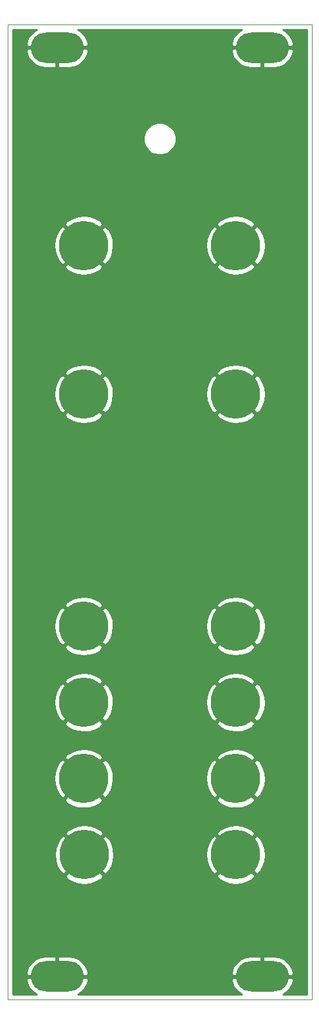
<source format=gbr>
%TF.GenerationSoftware,KiCad,Pcbnew,(5.1.5)-3*%
%TF.CreationDate,2020-04-29T20:03:55+02:00*%
%TF.ProjectId,KicadJE_Util_Faceplate_Generic,4b696361-644a-4455-9f55-74696c5f4661,rev?*%
%TF.SameCoordinates,Original*%
%TF.FileFunction,Copper,L1,Top*%
%TF.FilePolarity,Positive*%
%FSLAX46Y46*%
G04 Gerber Fmt 4.6, Leading zero omitted, Abs format (unit mm)*
G04 Created by KiCad (PCBNEW (5.1.5)-3) date 2020-04-29 20:03:55*
%MOMM*%
%LPD*%
G04 APERTURE LIST*
%ADD10C,0.050000*%
%ADD11C,6.500000*%
%ADD12O,7.000000X4.000000*%
%ADD13C,0.254000*%
G04 APERTURE END LIST*
D10*
X91000000Y-164000000D02*
X91000000Y-36000000D01*
X131000000Y-164000000D02*
X91000000Y-164000000D01*
X131000000Y-36000000D02*
X131000000Y-164000000D01*
X91000000Y-36000000D02*
X131000000Y-36000000D01*
D11*
X121000000Y-135000000D03*
X101000000Y-135000000D03*
X121000000Y-84500000D03*
X101000000Y-84500000D03*
X121000000Y-125000000D03*
X121000000Y-145000000D03*
X101075001Y-145000000D03*
X121000000Y-115000000D03*
X101000000Y-125000000D03*
X101000000Y-115000000D03*
X101000000Y-65000000D03*
X121000000Y-65000000D03*
D12*
X97500000Y-39000000D03*
X97500000Y-161000000D03*
X124500000Y-39000000D03*
X124500000Y-161000000D03*
D13*
G36*
X94430475Y-36879635D02*
G01*
X94046970Y-37226576D01*
X93738519Y-37641669D01*
X93516975Y-38108962D01*
X93420333Y-38462838D01*
X93527009Y-38873000D01*
X97373000Y-38873000D01*
X97373000Y-38853000D01*
X97627000Y-38853000D01*
X97627000Y-38873000D01*
X101472991Y-38873000D01*
X101579667Y-38462838D01*
X101483025Y-38108962D01*
X101261481Y-37641669D01*
X100953030Y-37226576D01*
X100569525Y-36879635D01*
X100202314Y-36660000D01*
X121797686Y-36660000D01*
X121430475Y-36879635D01*
X121046970Y-37226576D01*
X120738519Y-37641669D01*
X120516975Y-38108962D01*
X120420333Y-38462838D01*
X120527009Y-38873000D01*
X124373000Y-38873000D01*
X124373000Y-38853000D01*
X124627000Y-38853000D01*
X124627000Y-38873000D01*
X128472991Y-38873000D01*
X128579667Y-38462838D01*
X128483025Y-38108962D01*
X128261481Y-37641669D01*
X127953030Y-37226576D01*
X127569525Y-36879635D01*
X127202314Y-36660000D01*
X130340000Y-36660000D01*
X130340001Y-163340000D01*
X127202314Y-163340000D01*
X127569525Y-163120365D01*
X127953030Y-162773424D01*
X128261481Y-162358331D01*
X128483025Y-161891038D01*
X128579667Y-161537162D01*
X128472991Y-161127000D01*
X124627000Y-161127000D01*
X124627000Y-161147000D01*
X124373000Y-161147000D01*
X124373000Y-161127000D01*
X120527009Y-161127000D01*
X120420333Y-161537162D01*
X120516975Y-161891038D01*
X120738519Y-162358331D01*
X121046970Y-162773424D01*
X121430475Y-163120365D01*
X121797686Y-163340000D01*
X100202314Y-163340000D01*
X100569525Y-163120365D01*
X100953030Y-162773424D01*
X101261481Y-162358331D01*
X101483025Y-161891038D01*
X101579667Y-161537162D01*
X101472991Y-161127000D01*
X97627000Y-161127000D01*
X97627000Y-161147000D01*
X97373000Y-161147000D01*
X97373000Y-161127000D01*
X93527009Y-161127000D01*
X93420333Y-161537162D01*
X93516975Y-161891038D01*
X93738519Y-162358331D01*
X94046970Y-162773424D01*
X94430475Y-163120365D01*
X94797686Y-163340000D01*
X91660000Y-163340000D01*
X91660000Y-160462838D01*
X93420333Y-160462838D01*
X93527009Y-160873000D01*
X97373000Y-160873000D01*
X97373000Y-158365000D01*
X97627000Y-158365000D01*
X97627000Y-160873000D01*
X101472991Y-160873000D01*
X101579667Y-160462838D01*
X120420333Y-160462838D01*
X120527009Y-160873000D01*
X124373000Y-160873000D01*
X124373000Y-158365000D01*
X124627000Y-158365000D01*
X124627000Y-160873000D01*
X128472991Y-160873000D01*
X128579667Y-160462838D01*
X128483025Y-160108962D01*
X128261481Y-159641669D01*
X127953030Y-159226576D01*
X127569525Y-158879635D01*
X127125704Y-158614178D01*
X126638623Y-158440407D01*
X126127000Y-158365000D01*
X124627000Y-158365000D01*
X124373000Y-158365000D01*
X122873000Y-158365000D01*
X122361377Y-158440407D01*
X121874296Y-158614178D01*
X121430475Y-158879635D01*
X121046970Y-159226576D01*
X120738519Y-159641669D01*
X120516975Y-160108962D01*
X120420333Y-160462838D01*
X101579667Y-160462838D01*
X101483025Y-160108962D01*
X101261481Y-159641669D01*
X100953030Y-159226576D01*
X100569525Y-158879635D01*
X100125704Y-158614178D01*
X99638623Y-158440407D01*
X99127000Y-158365000D01*
X97627000Y-158365000D01*
X97373000Y-158365000D01*
X95873000Y-158365000D01*
X95361377Y-158440407D01*
X94874296Y-158614178D01*
X94430475Y-158879635D01*
X94046970Y-159226576D01*
X93738519Y-159641669D01*
X93516975Y-160108962D01*
X93420333Y-160462838D01*
X91660000Y-160462838D01*
X91660000Y-147736428D01*
X98518178Y-147736428D01*
X98884366Y-148231216D01*
X99556838Y-148596501D01*
X100287651Y-148823575D01*
X101048722Y-148903710D01*
X101810804Y-148833828D01*
X102544609Y-148616614D01*
X103221937Y-148260416D01*
X103265636Y-148231216D01*
X103631824Y-147736428D01*
X118443177Y-147736428D01*
X118809365Y-148231216D01*
X119481837Y-148596501D01*
X120212650Y-148823575D01*
X120973721Y-148903710D01*
X121735803Y-148833828D01*
X122469608Y-148616614D01*
X123146936Y-148260416D01*
X123190635Y-148231216D01*
X123556823Y-147736428D01*
X121000000Y-145179605D01*
X118443177Y-147736428D01*
X103631824Y-147736428D01*
X101075001Y-145179605D01*
X98518178Y-147736428D01*
X91660000Y-147736428D01*
X91660000Y-144973721D01*
X97171291Y-144973721D01*
X97241173Y-145735803D01*
X97458387Y-146469608D01*
X97814585Y-147146936D01*
X97843785Y-147190635D01*
X98338573Y-147556823D01*
X100895396Y-145000000D01*
X101254606Y-145000000D01*
X103811429Y-147556823D01*
X104306217Y-147190635D01*
X104671502Y-146518163D01*
X104898576Y-145787350D01*
X104978711Y-145026279D01*
X104973892Y-144973721D01*
X117096290Y-144973721D01*
X117166172Y-145735803D01*
X117383386Y-146469608D01*
X117739584Y-147146936D01*
X117768784Y-147190635D01*
X118263572Y-147556823D01*
X120820395Y-145000000D01*
X121179605Y-145000000D01*
X123736428Y-147556823D01*
X124231216Y-147190635D01*
X124596501Y-146518163D01*
X124823575Y-145787350D01*
X124903710Y-145026279D01*
X124833828Y-144264197D01*
X124616614Y-143530392D01*
X124260416Y-142853064D01*
X124231216Y-142809365D01*
X123736428Y-142443177D01*
X121179605Y-145000000D01*
X120820395Y-145000000D01*
X118263572Y-142443177D01*
X117768784Y-142809365D01*
X117403499Y-143481837D01*
X117176425Y-144212650D01*
X117096290Y-144973721D01*
X104973892Y-144973721D01*
X104908829Y-144264197D01*
X104691615Y-143530392D01*
X104335417Y-142853064D01*
X104306217Y-142809365D01*
X103811429Y-142443177D01*
X101254606Y-145000000D01*
X100895396Y-145000000D01*
X98338573Y-142443177D01*
X97843785Y-142809365D01*
X97478500Y-143481837D01*
X97251426Y-144212650D01*
X97171291Y-144973721D01*
X91660000Y-144973721D01*
X91660000Y-142263572D01*
X98518178Y-142263572D01*
X101075001Y-144820395D01*
X103631824Y-142263572D01*
X118443177Y-142263572D01*
X121000000Y-144820395D01*
X123556823Y-142263572D01*
X123190635Y-141768784D01*
X122518163Y-141403499D01*
X121787350Y-141176425D01*
X121026279Y-141096290D01*
X120264197Y-141166172D01*
X119530392Y-141383386D01*
X118853064Y-141739584D01*
X118809365Y-141768784D01*
X118443177Y-142263572D01*
X103631824Y-142263572D01*
X103265636Y-141768784D01*
X102593164Y-141403499D01*
X101862351Y-141176425D01*
X101101280Y-141096290D01*
X100339198Y-141166172D01*
X99605393Y-141383386D01*
X98928065Y-141739584D01*
X98884366Y-141768784D01*
X98518178Y-142263572D01*
X91660000Y-142263572D01*
X91660000Y-137736428D01*
X98443177Y-137736428D01*
X98809365Y-138231216D01*
X99481837Y-138596501D01*
X100212650Y-138823575D01*
X100973721Y-138903710D01*
X101735803Y-138833828D01*
X102469608Y-138616614D01*
X103146936Y-138260416D01*
X103190635Y-138231216D01*
X103556823Y-137736428D01*
X118443177Y-137736428D01*
X118809365Y-138231216D01*
X119481837Y-138596501D01*
X120212650Y-138823575D01*
X120973721Y-138903710D01*
X121735803Y-138833828D01*
X122469608Y-138616614D01*
X123146936Y-138260416D01*
X123190635Y-138231216D01*
X123556823Y-137736428D01*
X121000000Y-135179605D01*
X118443177Y-137736428D01*
X103556823Y-137736428D01*
X101000000Y-135179605D01*
X98443177Y-137736428D01*
X91660000Y-137736428D01*
X91660000Y-134973721D01*
X97096290Y-134973721D01*
X97166172Y-135735803D01*
X97383386Y-136469608D01*
X97739584Y-137146936D01*
X97768784Y-137190635D01*
X98263572Y-137556823D01*
X100820395Y-135000000D01*
X101179605Y-135000000D01*
X103736428Y-137556823D01*
X104231216Y-137190635D01*
X104596501Y-136518163D01*
X104823575Y-135787350D01*
X104903710Y-135026279D01*
X104898891Y-134973721D01*
X117096290Y-134973721D01*
X117166172Y-135735803D01*
X117383386Y-136469608D01*
X117739584Y-137146936D01*
X117768784Y-137190635D01*
X118263572Y-137556823D01*
X120820395Y-135000000D01*
X121179605Y-135000000D01*
X123736428Y-137556823D01*
X124231216Y-137190635D01*
X124596501Y-136518163D01*
X124823575Y-135787350D01*
X124903710Y-135026279D01*
X124833828Y-134264197D01*
X124616614Y-133530392D01*
X124260416Y-132853064D01*
X124231216Y-132809365D01*
X123736428Y-132443177D01*
X121179605Y-135000000D01*
X120820395Y-135000000D01*
X118263572Y-132443177D01*
X117768784Y-132809365D01*
X117403499Y-133481837D01*
X117176425Y-134212650D01*
X117096290Y-134973721D01*
X104898891Y-134973721D01*
X104833828Y-134264197D01*
X104616614Y-133530392D01*
X104260416Y-132853064D01*
X104231216Y-132809365D01*
X103736428Y-132443177D01*
X101179605Y-135000000D01*
X100820395Y-135000000D01*
X98263572Y-132443177D01*
X97768784Y-132809365D01*
X97403499Y-133481837D01*
X97176425Y-134212650D01*
X97096290Y-134973721D01*
X91660000Y-134973721D01*
X91660000Y-132263572D01*
X98443177Y-132263572D01*
X101000000Y-134820395D01*
X103556823Y-132263572D01*
X118443177Y-132263572D01*
X121000000Y-134820395D01*
X123556823Y-132263572D01*
X123190635Y-131768784D01*
X122518163Y-131403499D01*
X121787350Y-131176425D01*
X121026279Y-131096290D01*
X120264197Y-131166172D01*
X119530392Y-131383386D01*
X118853064Y-131739584D01*
X118809365Y-131768784D01*
X118443177Y-132263572D01*
X103556823Y-132263572D01*
X103190635Y-131768784D01*
X102518163Y-131403499D01*
X101787350Y-131176425D01*
X101026279Y-131096290D01*
X100264197Y-131166172D01*
X99530392Y-131383386D01*
X98853064Y-131739584D01*
X98809365Y-131768784D01*
X98443177Y-132263572D01*
X91660000Y-132263572D01*
X91660000Y-127736428D01*
X98443177Y-127736428D01*
X98809365Y-128231216D01*
X99481837Y-128596501D01*
X100212650Y-128823575D01*
X100973721Y-128903710D01*
X101735803Y-128833828D01*
X102469608Y-128616614D01*
X103146936Y-128260416D01*
X103190635Y-128231216D01*
X103556823Y-127736428D01*
X118443177Y-127736428D01*
X118809365Y-128231216D01*
X119481837Y-128596501D01*
X120212650Y-128823575D01*
X120973721Y-128903710D01*
X121735803Y-128833828D01*
X122469608Y-128616614D01*
X123146936Y-128260416D01*
X123190635Y-128231216D01*
X123556823Y-127736428D01*
X121000000Y-125179605D01*
X118443177Y-127736428D01*
X103556823Y-127736428D01*
X101000000Y-125179605D01*
X98443177Y-127736428D01*
X91660000Y-127736428D01*
X91660000Y-124973721D01*
X97096290Y-124973721D01*
X97166172Y-125735803D01*
X97383386Y-126469608D01*
X97739584Y-127146936D01*
X97768784Y-127190635D01*
X98263572Y-127556823D01*
X100820395Y-125000000D01*
X101179605Y-125000000D01*
X103736428Y-127556823D01*
X104231216Y-127190635D01*
X104596501Y-126518163D01*
X104823575Y-125787350D01*
X104903710Y-125026279D01*
X104898891Y-124973721D01*
X117096290Y-124973721D01*
X117166172Y-125735803D01*
X117383386Y-126469608D01*
X117739584Y-127146936D01*
X117768784Y-127190635D01*
X118263572Y-127556823D01*
X120820395Y-125000000D01*
X121179605Y-125000000D01*
X123736428Y-127556823D01*
X124231216Y-127190635D01*
X124596501Y-126518163D01*
X124823575Y-125787350D01*
X124903710Y-125026279D01*
X124833828Y-124264197D01*
X124616614Y-123530392D01*
X124260416Y-122853064D01*
X124231216Y-122809365D01*
X123736428Y-122443177D01*
X121179605Y-125000000D01*
X120820395Y-125000000D01*
X118263572Y-122443177D01*
X117768784Y-122809365D01*
X117403499Y-123481837D01*
X117176425Y-124212650D01*
X117096290Y-124973721D01*
X104898891Y-124973721D01*
X104833828Y-124264197D01*
X104616614Y-123530392D01*
X104260416Y-122853064D01*
X104231216Y-122809365D01*
X103736428Y-122443177D01*
X101179605Y-125000000D01*
X100820395Y-125000000D01*
X98263572Y-122443177D01*
X97768784Y-122809365D01*
X97403499Y-123481837D01*
X97176425Y-124212650D01*
X97096290Y-124973721D01*
X91660000Y-124973721D01*
X91660000Y-122263572D01*
X98443177Y-122263572D01*
X101000000Y-124820395D01*
X103556823Y-122263572D01*
X118443177Y-122263572D01*
X121000000Y-124820395D01*
X123556823Y-122263572D01*
X123190635Y-121768784D01*
X122518163Y-121403499D01*
X121787350Y-121176425D01*
X121026279Y-121096290D01*
X120264197Y-121166172D01*
X119530392Y-121383386D01*
X118853064Y-121739584D01*
X118809365Y-121768784D01*
X118443177Y-122263572D01*
X103556823Y-122263572D01*
X103190635Y-121768784D01*
X102518163Y-121403499D01*
X101787350Y-121176425D01*
X101026279Y-121096290D01*
X100264197Y-121166172D01*
X99530392Y-121383386D01*
X98853064Y-121739584D01*
X98809365Y-121768784D01*
X98443177Y-122263572D01*
X91660000Y-122263572D01*
X91660000Y-117736428D01*
X98443177Y-117736428D01*
X98809365Y-118231216D01*
X99481837Y-118596501D01*
X100212650Y-118823575D01*
X100973721Y-118903710D01*
X101735803Y-118833828D01*
X102469608Y-118616614D01*
X103146936Y-118260416D01*
X103190635Y-118231216D01*
X103556823Y-117736428D01*
X118443177Y-117736428D01*
X118809365Y-118231216D01*
X119481837Y-118596501D01*
X120212650Y-118823575D01*
X120973721Y-118903710D01*
X121735803Y-118833828D01*
X122469608Y-118616614D01*
X123146936Y-118260416D01*
X123190635Y-118231216D01*
X123556823Y-117736428D01*
X121000000Y-115179605D01*
X118443177Y-117736428D01*
X103556823Y-117736428D01*
X101000000Y-115179605D01*
X98443177Y-117736428D01*
X91660000Y-117736428D01*
X91660000Y-114973721D01*
X97096290Y-114973721D01*
X97166172Y-115735803D01*
X97383386Y-116469608D01*
X97739584Y-117146936D01*
X97768784Y-117190635D01*
X98263572Y-117556823D01*
X100820395Y-115000000D01*
X101179605Y-115000000D01*
X103736428Y-117556823D01*
X104231216Y-117190635D01*
X104596501Y-116518163D01*
X104823575Y-115787350D01*
X104903710Y-115026279D01*
X104898891Y-114973721D01*
X117096290Y-114973721D01*
X117166172Y-115735803D01*
X117383386Y-116469608D01*
X117739584Y-117146936D01*
X117768784Y-117190635D01*
X118263572Y-117556823D01*
X120820395Y-115000000D01*
X121179605Y-115000000D01*
X123736428Y-117556823D01*
X124231216Y-117190635D01*
X124596501Y-116518163D01*
X124823575Y-115787350D01*
X124903710Y-115026279D01*
X124833828Y-114264197D01*
X124616614Y-113530392D01*
X124260416Y-112853064D01*
X124231216Y-112809365D01*
X123736428Y-112443177D01*
X121179605Y-115000000D01*
X120820395Y-115000000D01*
X118263572Y-112443177D01*
X117768784Y-112809365D01*
X117403499Y-113481837D01*
X117176425Y-114212650D01*
X117096290Y-114973721D01*
X104898891Y-114973721D01*
X104833828Y-114264197D01*
X104616614Y-113530392D01*
X104260416Y-112853064D01*
X104231216Y-112809365D01*
X103736428Y-112443177D01*
X101179605Y-115000000D01*
X100820395Y-115000000D01*
X98263572Y-112443177D01*
X97768784Y-112809365D01*
X97403499Y-113481837D01*
X97176425Y-114212650D01*
X97096290Y-114973721D01*
X91660000Y-114973721D01*
X91660000Y-112263572D01*
X98443177Y-112263572D01*
X101000000Y-114820395D01*
X103556823Y-112263572D01*
X118443177Y-112263572D01*
X121000000Y-114820395D01*
X123556823Y-112263572D01*
X123190635Y-111768784D01*
X122518163Y-111403499D01*
X121787350Y-111176425D01*
X121026279Y-111096290D01*
X120264197Y-111166172D01*
X119530392Y-111383386D01*
X118853064Y-111739584D01*
X118809365Y-111768784D01*
X118443177Y-112263572D01*
X103556823Y-112263572D01*
X103190635Y-111768784D01*
X102518163Y-111403499D01*
X101787350Y-111176425D01*
X101026279Y-111096290D01*
X100264197Y-111166172D01*
X99530392Y-111383386D01*
X98853064Y-111739584D01*
X98809365Y-111768784D01*
X98443177Y-112263572D01*
X91660000Y-112263572D01*
X91660000Y-87236428D01*
X98443177Y-87236428D01*
X98809365Y-87731216D01*
X99481837Y-88096501D01*
X100212650Y-88323575D01*
X100973721Y-88403710D01*
X101735803Y-88333828D01*
X102469608Y-88116614D01*
X103146936Y-87760416D01*
X103190635Y-87731216D01*
X103556823Y-87236428D01*
X118443177Y-87236428D01*
X118809365Y-87731216D01*
X119481837Y-88096501D01*
X120212650Y-88323575D01*
X120973721Y-88403710D01*
X121735803Y-88333828D01*
X122469608Y-88116614D01*
X123146936Y-87760416D01*
X123190635Y-87731216D01*
X123556823Y-87236428D01*
X121000000Y-84679605D01*
X118443177Y-87236428D01*
X103556823Y-87236428D01*
X101000000Y-84679605D01*
X98443177Y-87236428D01*
X91660000Y-87236428D01*
X91660000Y-84473721D01*
X97096290Y-84473721D01*
X97166172Y-85235803D01*
X97383386Y-85969608D01*
X97739584Y-86646936D01*
X97768784Y-86690635D01*
X98263572Y-87056823D01*
X100820395Y-84500000D01*
X101179605Y-84500000D01*
X103736428Y-87056823D01*
X104231216Y-86690635D01*
X104596501Y-86018163D01*
X104823575Y-85287350D01*
X104903710Y-84526279D01*
X104898891Y-84473721D01*
X117096290Y-84473721D01*
X117166172Y-85235803D01*
X117383386Y-85969608D01*
X117739584Y-86646936D01*
X117768784Y-86690635D01*
X118263572Y-87056823D01*
X120820395Y-84500000D01*
X121179605Y-84500000D01*
X123736428Y-87056823D01*
X124231216Y-86690635D01*
X124596501Y-86018163D01*
X124823575Y-85287350D01*
X124903710Y-84526279D01*
X124833828Y-83764197D01*
X124616614Y-83030392D01*
X124260416Y-82353064D01*
X124231216Y-82309365D01*
X123736428Y-81943177D01*
X121179605Y-84500000D01*
X120820395Y-84500000D01*
X118263572Y-81943177D01*
X117768784Y-82309365D01*
X117403499Y-82981837D01*
X117176425Y-83712650D01*
X117096290Y-84473721D01*
X104898891Y-84473721D01*
X104833828Y-83764197D01*
X104616614Y-83030392D01*
X104260416Y-82353064D01*
X104231216Y-82309365D01*
X103736428Y-81943177D01*
X101179605Y-84500000D01*
X100820395Y-84500000D01*
X98263572Y-81943177D01*
X97768784Y-82309365D01*
X97403499Y-82981837D01*
X97176425Y-83712650D01*
X97096290Y-84473721D01*
X91660000Y-84473721D01*
X91660000Y-81763572D01*
X98443177Y-81763572D01*
X101000000Y-84320395D01*
X103556823Y-81763572D01*
X118443177Y-81763572D01*
X121000000Y-84320395D01*
X123556823Y-81763572D01*
X123190635Y-81268784D01*
X122518163Y-80903499D01*
X121787350Y-80676425D01*
X121026279Y-80596290D01*
X120264197Y-80666172D01*
X119530392Y-80883386D01*
X118853064Y-81239584D01*
X118809365Y-81268784D01*
X118443177Y-81763572D01*
X103556823Y-81763572D01*
X103190635Y-81268784D01*
X102518163Y-80903499D01*
X101787350Y-80676425D01*
X101026279Y-80596290D01*
X100264197Y-80666172D01*
X99530392Y-80883386D01*
X98853064Y-81239584D01*
X98809365Y-81268784D01*
X98443177Y-81763572D01*
X91660000Y-81763572D01*
X91660000Y-67736428D01*
X98443177Y-67736428D01*
X98809365Y-68231216D01*
X99481837Y-68596501D01*
X100212650Y-68823575D01*
X100973721Y-68903710D01*
X101735803Y-68833828D01*
X102469608Y-68616614D01*
X103146936Y-68260416D01*
X103190635Y-68231216D01*
X103556823Y-67736428D01*
X118443177Y-67736428D01*
X118809365Y-68231216D01*
X119481837Y-68596501D01*
X120212650Y-68823575D01*
X120973721Y-68903710D01*
X121735803Y-68833828D01*
X122469608Y-68616614D01*
X123146936Y-68260416D01*
X123190635Y-68231216D01*
X123556823Y-67736428D01*
X121000000Y-65179605D01*
X118443177Y-67736428D01*
X103556823Y-67736428D01*
X101000000Y-65179605D01*
X98443177Y-67736428D01*
X91660000Y-67736428D01*
X91660000Y-64973721D01*
X97096290Y-64973721D01*
X97166172Y-65735803D01*
X97383386Y-66469608D01*
X97739584Y-67146936D01*
X97768784Y-67190635D01*
X98263572Y-67556823D01*
X100820395Y-65000000D01*
X101179605Y-65000000D01*
X103736428Y-67556823D01*
X104231216Y-67190635D01*
X104596501Y-66518163D01*
X104823575Y-65787350D01*
X104903710Y-65026279D01*
X104898891Y-64973721D01*
X117096290Y-64973721D01*
X117166172Y-65735803D01*
X117383386Y-66469608D01*
X117739584Y-67146936D01*
X117768784Y-67190635D01*
X118263572Y-67556823D01*
X120820395Y-65000000D01*
X121179605Y-65000000D01*
X123736428Y-67556823D01*
X124231216Y-67190635D01*
X124596501Y-66518163D01*
X124823575Y-65787350D01*
X124903710Y-65026279D01*
X124833828Y-64264197D01*
X124616614Y-63530392D01*
X124260416Y-62853064D01*
X124231216Y-62809365D01*
X123736428Y-62443177D01*
X121179605Y-65000000D01*
X120820395Y-65000000D01*
X118263572Y-62443177D01*
X117768784Y-62809365D01*
X117403499Y-63481837D01*
X117176425Y-64212650D01*
X117096290Y-64973721D01*
X104898891Y-64973721D01*
X104833828Y-64264197D01*
X104616614Y-63530392D01*
X104260416Y-62853064D01*
X104231216Y-62809365D01*
X103736428Y-62443177D01*
X101179605Y-65000000D01*
X100820395Y-65000000D01*
X98263572Y-62443177D01*
X97768784Y-62809365D01*
X97403499Y-63481837D01*
X97176425Y-64212650D01*
X97096290Y-64973721D01*
X91660000Y-64973721D01*
X91660000Y-62263572D01*
X98443177Y-62263572D01*
X101000000Y-64820395D01*
X103556823Y-62263572D01*
X118443177Y-62263572D01*
X121000000Y-64820395D01*
X123556823Y-62263572D01*
X123190635Y-61768784D01*
X122518163Y-61403499D01*
X121787350Y-61176425D01*
X121026279Y-61096290D01*
X120264197Y-61166172D01*
X119530392Y-61383386D01*
X118853064Y-61739584D01*
X118809365Y-61768784D01*
X118443177Y-62263572D01*
X103556823Y-62263572D01*
X103190635Y-61768784D01*
X102518163Y-61403499D01*
X101787350Y-61176425D01*
X101026279Y-61096290D01*
X100264197Y-61166172D01*
X99530392Y-61383386D01*
X98853064Y-61739584D01*
X98809365Y-61768784D01*
X98443177Y-62263572D01*
X91660000Y-62263572D01*
X91660000Y-50789721D01*
X108865000Y-50789721D01*
X108865000Y-51210279D01*
X108947047Y-51622756D01*
X109107988Y-52011302D01*
X109341637Y-52360983D01*
X109639017Y-52658363D01*
X109988698Y-52892012D01*
X110377244Y-53052953D01*
X110789721Y-53135000D01*
X111210279Y-53135000D01*
X111622756Y-53052953D01*
X112011302Y-52892012D01*
X112360983Y-52658363D01*
X112658363Y-52360983D01*
X112892012Y-52011302D01*
X113052953Y-51622756D01*
X113135000Y-51210279D01*
X113135000Y-50789721D01*
X113052953Y-50377244D01*
X112892012Y-49988698D01*
X112658363Y-49639017D01*
X112360983Y-49341637D01*
X112011302Y-49107988D01*
X111622756Y-48947047D01*
X111210279Y-48865000D01*
X110789721Y-48865000D01*
X110377244Y-48947047D01*
X109988698Y-49107988D01*
X109639017Y-49341637D01*
X109341637Y-49639017D01*
X109107988Y-49988698D01*
X108947047Y-50377244D01*
X108865000Y-50789721D01*
X91660000Y-50789721D01*
X91660000Y-39537162D01*
X93420333Y-39537162D01*
X93516975Y-39891038D01*
X93738519Y-40358331D01*
X94046970Y-40773424D01*
X94430475Y-41120365D01*
X94874296Y-41385822D01*
X95361377Y-41559593D01*
X95873000Y-41635000D01*
X97373000Y-41635000D01*
X97373000Y-39127000D01*
X97627000Y-39127000D01*
X97627000Y-41635000D01*
X99127000Y-41635000D01*
X99638623Y-41559593D01*
X100125704Y-41385822D01*
X100569525Y-41120365D01*
X100953030Y-40773424D01*
X101261481Y-40358331D01*
X101483025Y-39891038D01*
X101579667Y-39537162D01*
X120420333Y-39537162D01*
X120516975Y-39891038D01*
X120738519Y-40358331D01*
X121046970Y-40773424D01*
X121430475Y-41120365D01*
X121874296Y-41385822D01*
X122361377Y-41559593D01*
X122873000Y-41635000D01*
X124373000Y-41635000D01*
X124373000Y-39127000D01*
X124627000Y-39127000D01*
X124627000Y-41635000D01*
X126127000Y-41635000D01*
X126638623Y-41559593D01*
X127125704Y-41385822D01*
X127569525Y-41120365D01*
X127953030Y-40773424D01*
X128261481Y-40358331D01*
X128483025Y-39891038D01*
X128579667Y-39537162D01*
X128472991Y-39127000D01*
X124627000Y-39127000D01*
X124373000Y-39127000D01*
X120527009Y-39127000D01*
X120420333Y-39537162D01*
X101579667Y-39537162D01*
X101472991Y-39127000D01*
X97627000Y-39127000D01*
X97373000Y-39127000D01*
X93527009Y-39127000D01*
X93420333Y-39537162D01*
X91660000Y-39537162D01*
X91660000Y-36660000D01*
X94797686Y-36660000D01*
X94430475Y-36879635D01*
G37*
X94430475Y-36879635D02*
X94046970Y-37226576D01*
X93738519Y-37641669D01*
X93516975Y-38108962D01*
X93420333Y-38462838D01*
X93527009Y-38873000D01*
X97373000Y-38873000D01*
X97373000Y-38853000D01*
X97627000Y-38853000D01*
X97627000Y-38873000D01*
X101472991Y-38873000D01*
X101579667Y-38462838D01*
X101483025Y-38108962D01*
X101261481Y-37641669D01*
X100953030Y-37226576D01*
X100569525Y-36879635D01*
X100202314Y-36660000D01*
X121797686Y-36660000D01*
X121430475Y-36879635D01*
X121046970Y-37226576D01*
X120738519Y-37641669D01*
X120516975Y-38108962D01*
X120420333Y-38462838D01*
X120527009Y-38873000D01*
X124373000Y-38873000D01*
X124373000Y-38853000D01*
X124627000Y-38853000D01*
X124627000Y-38873000D01*
X128472991Y-38873000D01*
X128579667Y-38462838D01*
X128483025Y-38108962D01*
X128261481Y-37641669D01*
X127953030Y-37226576D01*
X127569525Y-36879635D01*
X127202314Y-36660000D01*
X130340000Y-36660000D01*
X130340001Y-163340000D01*
X127202314Y-163340000D01*
X127569525Y-163120365D01*
X127953030Y-162773424D01*
X128261481Y-162358331D01*
X128483025Y-161891038D01*
X128579667Y-161537162D01*
X128472991Y-161127000D01*
X124627000Y-161127000D01*
X124627000Y-161147000D01*
X124373000Y-161147000D01*
X124373000Y-161127000D01*
X120527009Y-161127000D01*
X120420333Y-161537162D01*
X120516975Y-161891038D01*
X120738519Y-162358331D01*
X121046970Y-162773424D01*
X121430475Y-163120365D01*
X121797686Y-163340000D01*
X100202314Y-163340000D01*
X100569525Y-163120365D01*
X100953030Y-162773424D01*
X101261481Y-162358331D01*
X101483025Y-161891038D01*
X101579667Y-161537162D01*
X101472991Y-161127000D01*
X97627000Y-161127000D01*
X97627000Y-161147000D01*
X97373000Y-161147000D01*
X97373000Y-161127000D01*
X93527009Y-161127000D01*
X93420333Y-161537162D01*
X93516975Y-161891038D01*
X93738519Y-162358331D01*
X94046970Y-162773424D01*
X94430475Y-163120365D01*
X94797686Y-163340000D01*
X91660000Y-163340000D01*
X91660000Y-160462838D01*
X93420333Y-160462838D01*
X93527009Y-160873000D01*
X97373000Y-160873000D01*
X97373000Y-158365000D01*
X97627000Y-158365000D01*
X97627000Y-160873000D01*
X101472991Y-160873000D01*
X101579667Y-160462838D01*
X120420333Y-160462838D01*
X120527009Y-160873000D01*
X124373000Y-160873000D01*
X124373000Y-158365000D01*
X124627000Y-158365000D01*
X124627000Y-160873000D01*
X128472991Y-160873000D01*
X128579667Y-160462838D01*
X128483025Y-160108962D01*
X128261481Y-159641669D01*
X127953030Y-159226576D01*
X127569525Y-158879635D01*
X127125704Y-158614178D01*
X126638623Y-158440407D01*
X126127000Y-158365000D01*
X124627000Y-158365000D01*
X124373000Y-158365000D01*
X122873000Y-158365000D01*
X122361377Y-158440407D01*
X121874296Y-158614178D01*
X121430475Y-158879635D01*
X121046970Y-159226576D01*
X120738519Y-159641669D01*
X120516975Y-160108962D01*
X120420333Y-160462838D01*
X101579667Y-160462838D01*
X101483025Y-160108962D01*
X101261481Y-159641669D01*
X100953030Y-159226576D01*
X100569525Y-158879635D01*
X100125704Y-158614178D01*
X99638623Y-158440407D01*
X99127000Y-158365000D01*
X97627000Y-158365000D01*
X97373000Y-158365000D01*
X95873000Y-158365000D01*
X95361377Y-158440407D01*
X94874296Y-158614178D01*
X94430475Y-158879635D01*
X94046970Y-159226576D01*
X93738519Y-159641669D01*
X93516975Y-160108962D01*
X93420333Y-160462838D01*
X91660000Y-160462838D01*
X91660000Y-147736428D01*
X98518178Y-147736428D01*
X98884366Y-148231216D01*
X99556838Y-148596501D01*
X100287651Y-148823575D01*
X101048722Y-148903710D01*
X101810804Y-148833828D01*
X102544609Y-148616614D01*
X103221937Y-148260416D01*
X103265636Y-148231216D01*
X103631824Y-147736428D01*
X118443177Y-147736428D01*
X118809365Y-148231216D01*
X119481837Y-148596501D01*
X120212650Y-148823575D01*
X120973721Y-148903710D01*
X121735803Y-148833828D01*
X122469608Y-148616614D01*
X123146936Y-148260416D01*
X123190635Y-148231216D01*
X123556823Y-147736428D01*
X121000000Y-145179605D01*
X118443177Y-147736428D01*
X103631824Y-147736428D01*
X101075001Y-145179605D01*
X98518178Y-147736428D01*
X91660000Y-147736428D01*
X91660000Y-144973721D01*
X97171291Y-144973721D01*
X97241173Y-145735803D01*
X97458387Y-146469608D01*
X97814585Y-147146936D01*
X97843785Y-147190635D01*
X98338573Y-147556823D01*
X100895396Y-145000000D01*
X101254606Y-145000000D01*
X103811429Y-147556823D01*
X104306217Y-147190635D01*
X104671502Y-146518163D01*
X104898576Y-145787350D01*
X104978711Y-145026279D01*
X104973892Y-144973721D01*
X117096290Y-144973721D01*
X117166172Y-145735803D01*
X117383386Y-146469608D01*
X117739584Y-147146936D01*
X117768784Y-147190635D01*
X118263572Y-147556823D01*
X120820395Y-145000000D01*
X121179605Y-145000000D01*
X123736428Y-147556823D01*
X124231216Y-147190635D01*
X124596501Y-146518163D01*
X124823575Y-145787350D01*
X124903710Y-145026279D01*
X124833828Y-144264197D01*
X124616614Y-143530392D01*
X124260416Y-142853064D01*
X124231216Y-142809365D01*
X123736428Y-142443177D01*
X121179605Y-145000000D01*
X120820395Y-145000000D01*
X118263572Y-142443177D01*
X117768784Y-142809365D01*
X117403499Y-143481837D01*
X117176425Y-144212650D01*
X117096290Y-144973721D01*
X104973892Y-144973721D01*
X104908829Y-144264197D01*
X104691615Y-143530392D01*
X104335417Y-142853064D01*
X104306217Y-142809365D01*
X103811429Y-142443177D01*
X101254606Y-145000000D01*
X100895396Y-145000000D01*
X98338573Y-142443177D01*
X97843785Y-142809365D01*
X97478500Y-143481837D01*
X97251426Y-144212650D01*
X97171291Y-144973721D01*
X91660000Y-144973721D01*
X91660000Y-142263572D01*
X98518178Y-142263572D01*
X101075001Y-144820395D01*
X103631824Y-142263572D01*
X118443177Y-142263572D01*
X121000000Y-144820395D01*
X123556823Y-142263572D01*
X123190635Y-141768784D01*
X122518163Y-141403499D01*
X121787350Y-141176425D01*
X121026279Y-141096290D01*
X120264197Y-141166172D01*
X119530392Y-141383386D01*
X118853064Y-141739584D01*
X118809365Y-141768784D01*
X118443177Y-142263572D01*
X103631824Y-142263572D01*
X103265636Y-141768784D01*
X102593164Y-141403499D01*
X101862351Y-141176425D01*
X101101280Y-141096290D01*
X100339198Y-141166172D01*
X99605393Y-141383386D01*
X98928065Y-141739584D01*
X98884366Y-141768784D01*
X98518178Y-142263572D01*
X91660000Y-142263572D01*
X91660000Y-137736428D01*
X98443177Y-137736428D01*
X98809365Y-138231216D01*
X99481837Y-138596501D01*
X100212650Y-138823575D01*
X100973721Y-138903710D01*
X101735803Y-138833828D01*
X102469608Y-138616614D01*
X103146936Y-138260416D01*
X103190635Y-138231216D01*
X103556823Y-137736428D01*
X118443177Y-137736428D01*
X118809365Y-138231216D01*
X119481837Y-138596501D01*
X120212650Y-138823575D01*
X120973721Y-138903710D01*
X121735803Y-138833828D01*
X122469608Y-138616614D01*
X123146936Y-138260416D01*
X123190635Y-138231216D01*
X123556823Y-137736428D01*
X121000000Y-135179605D01*
X118443177Y-137736428D01*
X103556823Y-137736428D01*
X101000000Y-135179605D01*
X98443177Y-137736428D01*
X91660000Y-137736428D01*
X91660000Y-134973721D01*
X97096290Y-134973721D01*
X97166172Y-135735803D01*
X97383386Y-136469608D01*
X97739584Y-137146936D01*
X97768784Y-137190635D01*
X98263572Y-137556823D01*
X100820395Y-135000000D01*
X101179605Y-135000000D01*
X103736428Y-137556823D01*
X104231216Y-137190635D01*
X104596501Y-136518163D01*
X104823575Y-135787350D01*
X104903710Y-135026279D01*
X104898891Y-134973721D01*
X117096290Y-134973721D01*
X117166172Y-135735803D01*
X117383386Y-136469608D01*
X117739584Y-137146936D01*
X117768784Y-137190635D01*
X118263572Y-137556823D01*
X120820395Y-135000000D01*
X121179605Y-135000000D01*
X123736428Y-137556823D01*
X124231216Y-137190635D01*
X124596501Y-136518163D01*
X124823575Y-135787350D01*
X124903710Y-135026279D01*
X124833828Y-134264197D01*
X124616614Y-133530392D01*
X124260416Y-132853064D01*
X124231216Y-132809365D01*
X123736428Y-132443177D01*
X121179605Y-135000000D01*
X120820395Y-135000000D01*
X118263572Y-132443177D01*
X117768784Y-132809365D01*
X117403499Y-133481837D01*
X117176425Y-134212650D01*
X117096290Y-134973721D01*
X104898891Y-134973721D01*
X104833828Y-134264197D01*
X104616614Y-133530392D01*
X104260416Y-132853064D01*
X104231216Y-132809365D01*
X103736428Y-132443177D01*
X101179605Y-135000000D01*
X100820395Y-135000000D01*
X98263572Y-132443177D01*
X97768784Y-132809365D01*
X97403499Y-133481837D01*
X97176425Y-134212650D01*
X97096290Y-134973721D01*
X91660000Y-134973721D01*
X91660000Y-132263572D01*
X98443177Y-132263572D01*
X101000000Y-134820395D01*
X103556823Y-132263572D01*
X118443177Y-132263572D01*
X121000000Y-134820395D01*
X123556823Y-132263572D01*
X123190635Y-131768784D01*
X122518163Y-131403499D01*
X121787350Y-131176425D01*
X121026279Y-131096290D01*
X120264197Y-131166172D01*
X119530392Y-131383386D01*
X118853064Y-131739584D01*
X118809365Y-131768784D01*
X118443177Y-132263572D01*
X103556823Y-132263572D01*
X103190635Y-131768784D01*
X102518163Y-131403499D01*
X101787350Y-131176425D01*
X101026279Y-131096290D01*
X100264197Y-131166172D01*
X99530392Y-131383386D01*
X98853064Y-131739584D01*
X98809365Y-131768784D01*
X98443177Y-132263572D01*
X91660000Y-132263572D01*
X91660000Y-127736428D01*
X98443177Y-127736428D01*
X98809365Y-128231216D01*
X99481837Y-128596501D01*
X100212650Y-128823575D01*
X100973721Y-128903710D01*
X101735803Y-128833828D01*
X102469608Y-128616614D01*
X103146936Y-128260416D01*
X103190635Y-128231216D01*
X103556823Y-127736428D01*
X118443177Y-127736428D01*
X118809365Y-128231216D01*
X119481837Y-128596501D01*
X120212650Y-128823575D01*
X120973721Y-128903710D01*
X121735803Y-128833828D01*
X122469608Y-128616614D01*
X123146936Y-128260416D01*
X123190635Y-128231216D01*
X123556823Y-127736428D01*
X121000000Y-125179605D01*
X118443177Y-127736428D01*
X103556823Y-127736428D01*
X101000000Y-125179605D01*
X98443177Y-127736428D01*
X91660000Y-127736428D01*
X91660000Y-124973721D01*
X97096290Y-124973721D01*
X97166172Y-125735803D01*
X97383386Y-126469608D01*
X97739584Y-127146936D01*
X97768784Y-127190635D01*
X98263572Y-127556823D01*
X100820395Y-125000000D01*
X101179605Y-125000000D01*
X103736428Y-127556823D01*
X104231216Y-127190635D01*
X104596501Y-126518163D01*
X104823575Y-125787350D01*
X104903710Y-125026279D01*
X104898891Y-124973721D01*
X117096290Y-124973721D01*
X117166172Y-125735803D01*
X117383386Y-126469608D01*
X117739584Y-127146936D01*
X117768784Y-127190635D01*
X118263572Y-127556823D01*
X120820395Y-125000000D01*
X121179605Y-125000000D01*
X123736428Y-127556823D01*
X124231216Y-127190635D01*
X124596501Y-126518163D01*
X124823575Y-125787350D01*
X124903710Y-125026279D01*
X124833828Y-124264197D01*
X124616614Y-123530392D01*
X124260416Y-122853064D01*
X124231216Y-122809365D01*
X123736428Y-122443177D01*
X121179605Y-125000000D01*
X120820395Y-125000000D01*
X118263572Y-122443177D01*
X117768784Y-122809365D01*
X117403499Y-123481837D01*
X117176425Y-124212650D01*
X117096290Y-124973721D01*
X104898891Y-124973721D01*
X104833828Y-124264197D01*
X104616614Y-123530392D01*
X104260416Y-122853064D01*
X104231216Y-122809365D01*
X103736428Y-122443177D01*
X101179605Y-125000000D01*
X100820395Y-125000000D01*
X98263572Y-122443177D01*
X97768784Y-122809365D01*
X97403499Y-123481837D01*
X97176425Y-124212650D01*
X97096290Y-124973721D01*
X91660000Y-124973721D01*
X91660000Y-122263572D01*
X98443177Y-122263572D01*
X101000000Y-124820395D01*
X103556823Y-122263572D01*
X118443177Y-122263572D01*
X121000000Y-124820395D01*
X123556823Y-122263572D01*
X123190635Y-121768784D01*
X122518163Y-121403499D01*
X121787350Y-121176425D01*
X121026279Y-121096290D01*
X120264197Y-121166172D01*
X119530392Y-121383386D01*
X118853064Y-121739584D01*
X118809365Y-121768784D01*
X118443177Y-122263572D01*
X103556823Y-122263572D01*
X103190635Y-121768784D01*
X102518163Y-121403499D01*
X101787350Y-121176425D01*
X101026279Y-121096290D01*
X100264197Y-121166172D01*
X99530392Y-121383386D01*
X98853064Y-121739584D01*
X98809365Y-121768784D01*
X98443177Y-122263572D01*
X91660000Y-122263572D01*
X91660000Y-117736428D01*
X98443177Y-117736428D01*
X98809365Y-118231216D01*
X99481837Y-118596501D01*
X100212650Y-118823575D01*
X100973721Y-118903710D01*
X101735803Y-118833828D01*
X102469608Y-118616614D01*
X103146936Y-118260416D01*
X103190635Y-118231216D01*
X103556823Y-117736428D01*
X118443177Y-117736428D01*
X118809365Y-118231216D01*
X119481837Y-118596501D01*
X120212650Y-118823575D01*
X120973721Y-118903710D01*
X121735803Y-118833828D01*
X122469608Y-118616614D01*
X123146936Y-118260416D01*
X123190635Y-118231216D01*
X123556823Y-117736428D01*
X121000000Y-115179605D01*
X118443177Y-117736428D01*
X103556823Y-117736428D01*
X101000000Y-115179605D01*
X98443177Y-117736428D01*
X91660000Y-117736428D01*
X91660000Y-114973721D01*
X97096290Y-114973721D01*
X97166172Y-115735803D01*
X97383386Y-116469608D01*
X97739584Y-117146936D01*
X97768784Y-117190635D01*
X98263572Y-117556823D01*
X100820395Y-115000000D01*
X101179605Y-115000000D01*
X103736428Y-117556823D01*
X104231216Y-117190635D01*
X104596501Y-116518163D01*
X104823575Y-115787350D01*
X104903710Y-115026279D01*
X104898891Y-114973721D01*
X117096290Y-114973721D01*
X117166172Y-115735803D01*
X117383386Y-116469608D01*
X117739584Y-117146936D01*
X117768784Y-117190635D01*
X118263572Y-117556823D01*
X120820395Y-115000000D01*
X121179605Y-115000000D01*
X123736428Y-117556823D01*
X124231216Y-117190635D01*
X124596501Y-116518163D01*
X124823575Y-115787350D01*
X124903710Y-115026279D01*
X124833828Y-114264197D01*
X124616614Y-113530392D01*
X124260416Y-112853064D01*
X124231216Y-112809365D01*
X123736428Y-112443177D01*
X121179605Y-115000000D01*
X120820395Y-115000000D01*
X118263572Y-112443177D01*
X117768784Y-112809365D01*
X117403499Y-113481837D01*
X117176425Y-114212650D01*
X117096290Y-114973721D01*
X104898891Y-114973721D01*
X104833828Y-114264197D01*
X104616614Y-113530392D01*
X104260416Y-112853064D01*
X104231216Y-112809365D01*
X103736428Y-112443177D01*
X101179605Y-115000000D01*
X100820395Y-115000000D01*
X98263572Y-112443177D01*
X97768784Y-112809365D01*
X97403499Y-113481837D01*
X97176425Y-114212650D01*
X97096290Y-114973721D01*
X91660000Y-114973721D01*
X91660000Y-112263572D01*
X98443177Y-112263572D01*
X101000000Y-114820395D01*
X103556823Y-112263572D01*
X118443177Y-112263572D01*
X121000000Y-114820395D01*
X123556823Y-112263572D01*
X123190635Y-111768784D01*
X122518163Y-111403499D01*
X121787350Y-111176425D01*
X121026279Y-111096290D01*
X120264197Y-111166172D01*
X119530392Y-111383386D01*
X118853064Y-111739584D01*
X118809365Y-111768784D01*
X118443177Y-112263572D01*
X103556823Y-112263572D01*
X103190635Y-111768784D01*
X102518163Y-111403499D01*
X101787350Y-111176425D01*
X101026279Y-111096290D01*
X100264197Y-111166172D01*
X99530392Y-111383386D01*
X98853064Y-111739584D01*
X98809365Y-111768784D01*
X98443177Y-112263572D01*
X91660000Y-112263572D01*
X91660000Y-87236428D01*
X98443177Y-87236428D01*
X98809365Y-87731216D01*
X99481837Y-88096501D01*
X100212650Y-88323575D01*
X100973721Y-88403710D01*
X101735803Y-88333828D01*
X102469608Y-88116614D01*
X103146936Y-87760416D01*
X103190635Y-87731216D01*
X103556823Y-87236428D01*
X118443177Y-87236428D01*
X118809365Y-87731216D01*
X119481837Y-88096501D01*
X120212650Y-88323575D01*
X120973721Y-88403710D01*
X121735803Y-88333828D01*
X122469608Y-88116614D01*
X123146936Y-87760416D01*
X123190635Y-87731216D01*
X123556823Y-87236428D01*
X121000000Y-84679605D01*
X118443177Y-87236428D01*
X103556823Y-87236428D01*
X101000000Y-84679605D01*
X98443177Y-87236428D01*
X91660000Y-87236428D01*
X91660000Y-84473721D01*
X97096290Y-84473721D01*
X97166172Y-85235803D01*
X97383386Y-85969608D01*
X97739584Y-86646936D01*
X97768784Y-86690635D01*
X98263572Y-87056823D01*
X100820395Y-84500000D01*
X101179605Y-84500000D01*
X103736428Y-87056823D01*
X104231216Y-86690635D01*
X104596501Y-86018163D01*
X104823575Y-85287350D01*
X104903710Y-84526279D01*
X104898891Y-84473721D01*
X117096290Y-84473721D01*
X117166172Y-85235803D01*
X117383386Y-85969608D01*
X117739584Y-86646936D01*
X117768784Y-86690635D01*
X118263572Y-87056823D01*
X120820395Y-84500000D01*
X121179605Y-84500000D01*
X123736428Y-87056823D01*
X124231216Y-86690635D01*
X124596501Y-86018163D01*
X124823575Y-85287350D01*
X124903710Y-84526279D01*
X124833828Y-83764197D01*
X124616614Y-83030392D01*
X124260416Y-82353064D01*
X124231216Y-82309365D01*
X123736428Y-81943177D01*
X121179605Y-84500000D01*
X120820395Y-84500000D01*
X118263572Y-81943177D01*
X117768784Y-82309365D01*
X117403499Y-82981837D01*
X117176425Y-83712650D01*
X117096290Y-84473721D01*
X104898891Y-84473721D01*
X104833828Y-83764197D01*
X104616614Y-83030392D01*
X104260416Y-82353064D01*
X104231216Y-82309365D01*
X103736428Y-81943177D01*
X101179605Y-84500000D01*
X100820395Y-84500000D01*
X98263572Y-81943177D01*
X97768784Y-82309365D01*
X97403499Y-82981837D01*
X97176425Y-83712650D01*
X97096290Y-84473721D01*
X91660000Y-84473721D01*
X91660000Y-81763572D01*
X98443177Y-81763572D01*
X101000000Y-84320395D01*
X103556823Y-81763572D01*
X118443177Y-81763572D01*
X121000000Y-84320395D01*
X123556823Y-81763572D01*
X123190635Y-81268784D01*
X122518163Y-80903499D01*
X121787350Y-80676425D01*
X121026279Y-80596290D01*
X120264197Y-80666172D01*
X119530392Y-80883386D01*
X118853064Y-81239584D01*
X118809365Y-81268784D01*
X118443177Y-81763572D01*
X103556823Y-81763572D01*
X103190635Y-81268784D01*
X102518163Y-80903499D01*
X101787350Y-80676425D01*
X101026279Y-80596290D01*
X100264197Y-80666172D01*
X99530392Y-80883386D01*
X98853064Y-81239584D01*
X98809365Y-81268784D01*
X98443177Y-81763572D01*
X91660000Y-81763572D01*
X91660000Y-67736428D01*
X98443177Y-67736428D01*
X98809365Y-68231216D01*
X99481837Y-68596501D01*
X100212650Y-68823575D01*
X100973721Y-68903710D01*
X101735803Y-68833828D01*
X102469608Y-68616614D01*
X103146936Y-68260416D01*
X103190635Y-68231216D01*
X103556823Y-67736428D01*
X118443177Y-67736428D01*
X118809365Y-68231216D01*
X119481837Y-68596501D01*
X120212650Y-68823575D01*
X120973721Y-68903710D01*
X121735803Y-68833828D01*
X122469608Y-68616614D01*
X123146936Y-68260416D01*
X123190635Y-68231216D01*
X123556823Y-67736428D01*
X121000000Y-65179605D01*
X118443177Y-67736428D01*
X103556823Y-67736428D01*
X101000000Y-65179605D01*
X98443177Y-67736428D01*
X91660000Y-67736428D01*
X91660000Y-64973721D01*
X97096290Y-64973721D01*
X97166172Y-65735803D01*
X97383386Y-66469608D01*
X97739584Y-67146936D01*
X97768784Y-67190635D01*
X98263572Y-67556823D01*
X100820395Y-65000000D01*
X101179605Y-65000000D01*
X103736428Y-67556823D01*
X104231216Y-67190635D01*
X104596501Y-66518163D01*
X104823575Y-65787350D01*
X104903710Y-65026279D01*
X104898891Y-64973721D01*
X117096290Y-64973721D01*
X117166172Y-65735803D01*
X117383386Y-66469608D01*
X117739584Y-67146936D01*
X117768784Y-67190635D01*
X118263572Y-67556823D01*
X120820395Y-65000000D01*
X121179605Y-65000000D01*
X123736428Y-67556823D01*
X124231216Y-67190635D01*
X124596501Y-66518163D01*
X124823575Y-65787350D01*
X124903710Y-65026279D01*
X124833828Y-64264197D01*
X124616614Y-63530392D01*
X124260416Y-62853064D01*
X124231216Y-62809365D01*
X123736428Y-62443177D01*
X121179605Y-65000000D01*
X120820395Y-65000000D01*
X118263572Y-62443177D01*
X117768784Y-62809365D01*
X117403499Y-63481837D01*
X117176425Y-64212650D01*
X117096290Y-64973721D01*
X104898891Y-64973721D01*
X104833828Y-64264197D01*
X104616614Y-63530392D01*
X104260416Y-62853064D01*
X104231216Y-62809365D01*
X103736428Y-62443177D01*
X101179605Y-65000000D01*
X100820395Y-65000000D01*
X98263572Y-62443177D01*
X97768784Y-62809365D01*
X97403499Y-63481837D01*
X97176425Y-64212650D01*
X97096290Y-64973721D01*
X91660000Y-64973721D01*
X91660000Y-62263572D01*
X98443177Y-62263572D01*
X101000000Y-64820395D01*
X103556823Y-62263572D01*
X118443177Y-62263572D01*
X121000000Y-64820395D01*
X123556823Y-62263572D01*
X123190635Y-61768784D01*
X122518163Y-61403499D01*
X121787350Y-61176425D01*
X121026279Y-61096290D01*
X120264197Y-61166172D01*
X119530392Y-61383386D01*
X118853064Y-61739584D01*
X118809365Y-61768784D01*
X118443177Y-62263572D01*
X103556823Y-62263572D01*
X103190635Y-61768784D01*
X102518163Y-61403499D01*
X101787350Y-61176425D01*
X101026279Y-61096290D01*
X100264197Y-61166172D01*
X99530392Y-61383386D01*
X98853064Y-61739584D01*
X98809365Y-61768784D01*
X98443177Y-62263572D01*
X91660000Y-62263572D01*
X91660000Y-50789721D01*
X108865000Y-50789721D01*
X108865000Y-51210279D01*
X108947047Y-51622756D01*
X109107988Y-52011302D01*
X109341637Y-52360983D01*
X109639017Y-52658363D01*
X109988698Y-52892012D01*
X110377244Y-53052953D01*
X110789721Y-53135000D01*
X111210279Y-53135000D01*
X111622756Y-53052953D01*
X112011302Y-52892012D01*
X112360983Y-52658363D01*
X112658363Y-52360983D01*
X112892012Y-52011302D01*
X113052953Y-51622756D01*
X113135000Y-51210279D01*
X113135000Y-50789721D01*
X113052953Y-50377244D01*
X112892012Y-49988698D01*
X112658363Y-49639017D01*
X112360983Y-49341637D01*
X112011302Y-49107988D01*
X111622756Y-48947047D01*
X111210279Y-48865000D01*
X110789721Y-48865000D01*
X110377244Y-48947047D01*
X109988698Y-49107988D01*
X109639017Y-49341637D01*
X109341637Y-49639017D01*
X109107988Y-49988698D01*
X108947047Y-50377244D01*
X108865000Y-50789721D01*
X91660000Y-50789721D01*
X91660000Y-39537162D01*
X93420333Y-39537162D01*
X93516975Y-39891038D01*
X93738519Y-40358331D01*
X94046970Y-40773424D01*
X94430475Y-41120365D01*
X94874296Y-41385822D01*
X95361377Y-41559593D01*
X95873000Y-41635000D01*
X97373000Y-41635000D01*
X97373000Y-39127000D01*
X97627000Y-39127000D01*
X97627000Y-41635000D01*
X99127000Y-41635000D01*
X99638623Y-41559593D01*
X100125704Y-41385822D01*
X100569525Y-41120365D01*
X100953030Y-40773424D01*
X101261481Y-40358331D01*
X101483025Y-39891038D01*
X101579667Y-39537162D01*
X120420333Y-39537162D01*
X120516975Y-39891038D01*
X120738519Y-40358331D01*
X121046970Y-40773424D01*
X121430475Y-41120365D01*
X121874296Y-41385822D01*
X122361377Y-41559593D01*
X122873000Y-41635000D01*
X124373000Y-41635000D01*
X124373000Y-39127000D01*
X124627000Y-39127000D01*
X124627000Y-41635000D01*
X126127000Y-41635000D01*
X126638623Y-41559593D01*
X127125704Y-41385822D01*
X127569525Y-41120365D01*
X127953030Y-40773424D01*
X128261481Y-40358331D01*
X128483025Y-39891038D01*
X128579667Y-39537162D01*
X128472991Y-39127000D01*
X124627000Y-39127000D01*
X124373000Y-39127000D01*
X120527009Y-39127000D01*
X120420333Y-39537162D01*
X101579667Y-39537162D01*
X101472991Y-39127000D01*
X97627000Y-39127000D01*
X97373000Y-39127000D01*
X93527009Y-39127000D01*
X93420333Y-39537162D01*
X91660000Y-39537162D01*
X91660000Y-36660000D01*
X94797686Y-36660000D01*
X94430475Y-36879635D01*
M02*

</source>
